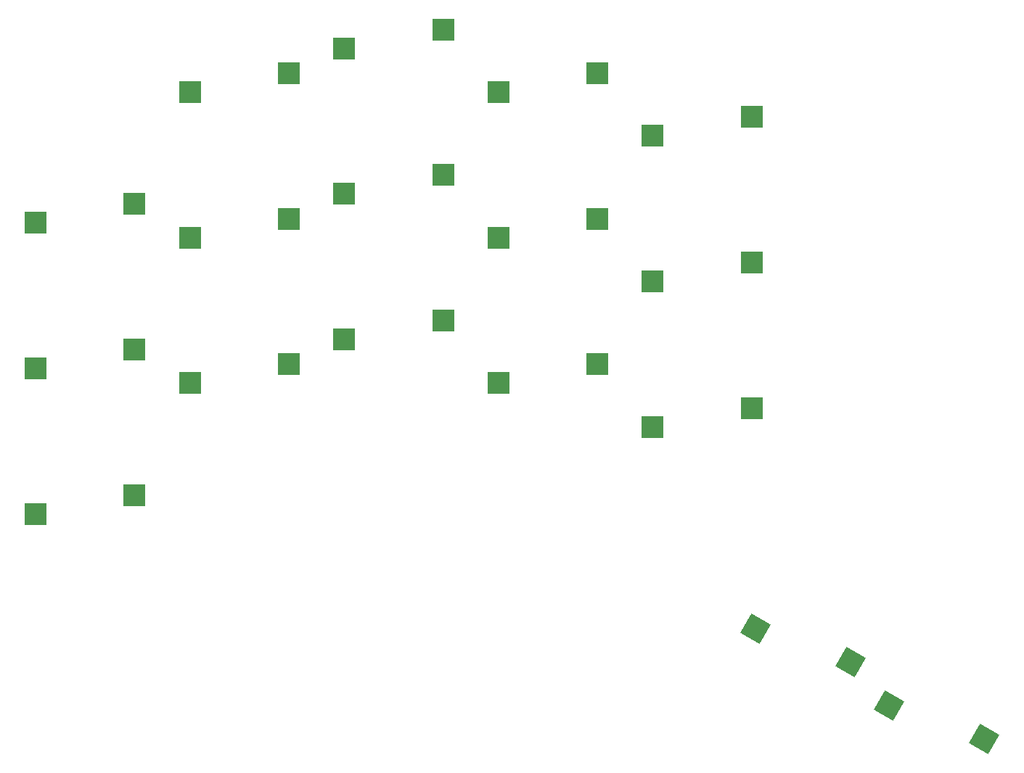
<source format=gbr>
%TF.GenerationSoftware,KiCad,Pcbnew,(6.0.6-1)-1*%
%TF.CreationDate,2022-08-23T15:15:48-05:00*%
%TF.ProjectId,smcboard,736d6362-6f61-4726-942e-6b696361645f,v1.0.0*%
%TF.SameCoordinates,Original*%
%TF.FileFunction,Paste,Top*%
%TF.FilePolarity,Positive*%
%FSLAX46Y46*%
G04 Gerber Fmt 4.6, Leading zero omitted, Abs format (unit mm)*
G04 Created by KiCad (PCBNEW (6.0.6-1)-1) date 2022-08-23 15:15:48*
%MOMM*%
%LPD*%
G01*
G04 APERTURE LIST*
G04 Aperture macros list*
%AMRotRect*
0 Rectangle, with rotation*
0 The origin of the aperture is its center*
0 $1 length*
0 $2 width*
0 $3 Rotation angle, in degrees counterclockwise*
0 Add horizontal line*
21,1,$1,$2,0,0,$3*%
G04 Aperture macros list end*
%ADD10RotRect,2.600000X2.600000X330.000000*%
%ADD11R,2.600000X2.600000*%
G04 APERTURE END LIST*
D10*
%TO.C,S16*%
X161311233Y-108034649D03*
X150208640Y-104164905D03*
%TD*%
D11*
%TO.C,S9*%
X113775000Y-34200000D03*
X102225000Y-36400000D03*
%TD*%
%TO.C,S15*%
X149775000Y-44400000D03*
X138225000Y-46600000D03*
%TD*%
%TO.C,S3*%
X77775000Y-54600000D03*
X66225000Y-56800000D03*
%TD*%
%TO.C,S13*%
X149775000Y-78400000D03*
X138225000Y-80600000D03*
%TD*%
%TO.C,S14*%
X149775000Y-61400000D03*
X138225000Y-63600000D03*
%TD*%
%TO.C,S7*%
X113775000Y-68200000D03*
X102225000Y-70400000D03*
%TD*%
%TO.C,S12*%
X131775000Y-39300000D03*
X120225000Y-41500000D03*
%TD*%
%TO.C,S6*%
X95775000Y-39300000D03*
X84225000Y-41500000D03*
%TD*%
%TO.C,S5*%
X95775000Y-56300000D03*
X84225000Y-58500000D03*
%TD*%
%TO.C,S2*%
X77775000Y-71600000D03*
X66225000Y-73800000D03*
%TD*%
%TO.C,S1*%
X77775000Y-88600000D03*
X66225000Y-90800000D03*
%TD*%
%TO.C,S8*%
X113775000Y-51200000D03*
X102225000Y-53400000D03*
%TD*%
%TO.C,S4*%
X95775000Y-73300000D03*
X84225000Y-75500000D03*
%TD*%
%TO.C,S11*%
X131775000Y-56300000D03*
X120225000Y-58500000D03*
%TD*%
%TO.C,S10*%
X131775000Y-73300000D03*
X120225000Y-75500000D03*
%TD*%
D10*
%TO.C,S17*%
X176899690Y-117034649D03*
X165797097Y-113164905D03*
%TD*%
M02*

</source>
